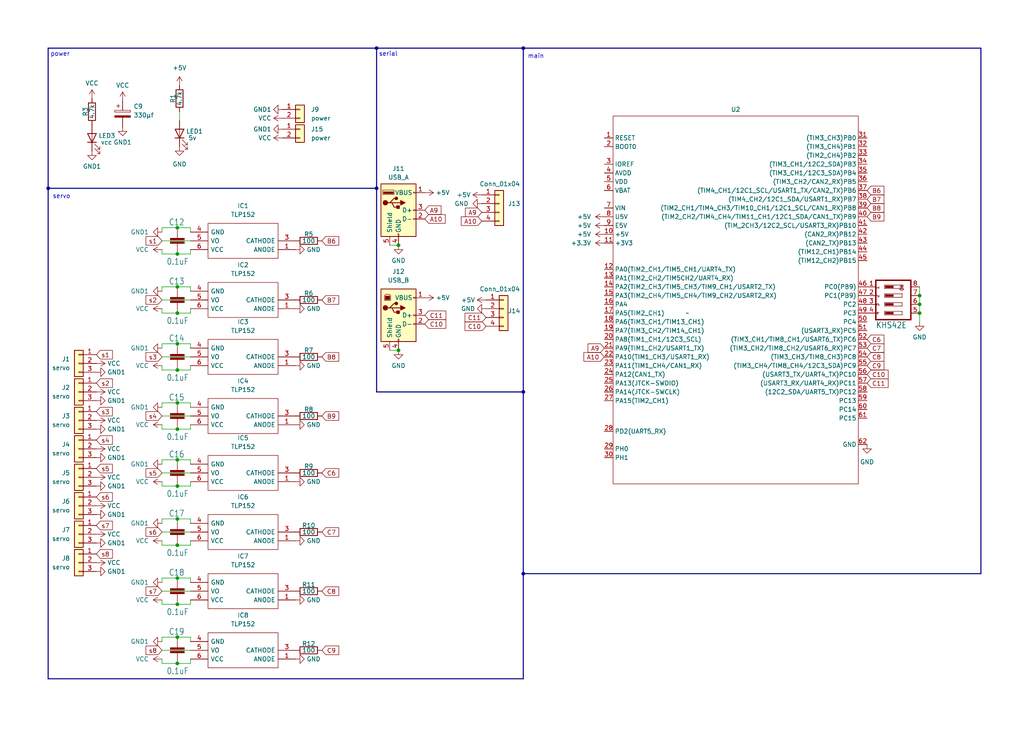
<source format=kicad_sch>
(kicad_sch (version 20230121) (generator eeschema)
  (paper "User" 297.002 212.319)
  (title_block (title "ALTAIR_SERVO_MODULE_V2") (date "2024-02-26") (rev "2.0.0") (company "-Altair-"))
  (lib_symbols
    (symbol "Connector:USB_A" (pin_names (offset 1.016))
      (property "Reference" "J" (at -5.08 11.43 0))
      (property "Value" "USB_A" (at -5.08 8.89 0))
      (symbol "USB_A_1_1"
        (pin power_in line (at 7.62 5.08 180) (length 2.54) (name "VBUS") (number "1"))
        (pin bidirectional line (at 7.62 -2.54 180) (length 2.54) (name "D-") (number "2"))
        (pin bidirectional line (at 7.62 0 180) (length 2.54) (name "D+") (number "3"))
        (pin power_in line (at 0 -10.16 90) (length 2.54) (name "GND") (number "4"))
        (pin passive line (at -2.54 -10.16 90) (length 2.54) (name "Shield") (number "5"))
      )
    )
    (symbol "Connector:USB_B" (pin_names (offset 1.016))
      (property "Reference" "J" (at -5.08 11.43 0))
      (property "Value" "USB_B" (at -5.08 8.89 0))
      (symbol "USB_B_1_1"
        (pin power_out line (at 7.62 5.08 180) (length 2.54) (name "VBUS") (number "1"))
        (pin bidirectional line (at 7.62 -2.54 180) (length 2.54) (name "D-") (number "2"))
        (pin bidirectional line (at 7.62 0 180) (length 2.54) (name "D+") (number "3"))
        (pin power_out line (at 0 -10.16 90) (length 2.54) (name "GND") (number "4"))
        (pin passive line (at -2.54 -10.16 90) (length 2.54) (name "Shield") (number "5"))
      )
    )
    (symbol "Connector_Generic:Conn_01x02" (pin_names (offset 1.016) hide)
      (property "Reference" "J" (at 0 2.54 0))
      (property "Value" "Conn_01x02" (at 0 -5.08 0))
      (symbol "Conn_01x02_1_1"
        (pin passive line (at -5.08 0 0) (length 3.81) (name "Pin_1") (number "1"))
        (pin passive line (at -5.08 -2.54 0) (length 3.81) (name "Pin_2") (number "2"))
      )
    )
    (symbol "Connector_Generic:Conn_01x03" (pin_names (offset 1.016) hide)
      (property "Reference" "J" (at 0 5.08 0))
      (property "Value" "Conn_01x03" (at 0 -5.08 0))
      (symbol "Conn_01x03_1_1"
        (pin passive line (at -5.08 2.54 0) (length 3.81) (name "Pin_1") (number "1"))
        (pin passive line (at -5.08 0 0) (length 3.81) (name "Pin_2") (number "2"))
        (pin passive line (at -5.08 -2.54 0) (length 3.81) (name "Pin_3") (number "3"))
      )
    )
    (symbol "Connector_Generic:Conn_01x04" (pin_names (offset 1.016) hide)
      (property "Reference" "J" (at 0 5.08 0))
      (property "Value" "Conn_01x04" (at 0 -7.62 0))
      (symbol "Conn_01x04_1_1"
        (pin passive line (at -5.08 2.54 0) (length 3.81) (name "Pin_1") (number "1"))
        (pin passive line (at -5.08 0 0) (length 3.81) (name "Pin_2") (number "2"))
        (pin passive line (at -5.08 -2.54 0) (length 3.81) (name "Pin_3") (number "3"))
        (pin passive line (at -5.08 -5.08 0) (length 3.81) (name "Pin_4") (number "4"))
      )
    )
    (symbol "Device:C_Polarized" (pin_numbers hide) (pin_names (offset 0.254))
      (property "Reference" "C" (at 0.635 2.54 0))
      (property "Value" "C_Polarized" (at 0.635 -2.54 0))
      (symbol "C_Polarized_1_1"
        (pin passive line (at 0 3.81 270) (length 2.794) (name "~") (number "1"))
        (pin passive line (at 0 -3.81 90) (length 2.794) (name "~") (number "2"))
      )
    )
    (symbol "Device:LED" (pin_numbers hide) (pin_names (offset 1.016) hide)
      (property "Reference" "D" (at 0 2.54 0))
      (property "Value" "LED" (at 0 -2.54 0))
      (symbol "LED_1_1"
        (pin passive line (at -3.81 0 0) (length 2.54) (name "K") (number "1"))
        (pin passive line (at 3.81 0 180) (length 2.54) (name "A") (number "2"))
      )
    )
    (symbol "Device:R" (pin_numbers hide) (pin_names (offset 0))
      (property "Reference" "R" (at 2.032 0 90))
      (property "Value" "R" (at 0 0 90))
      (symbol "R_1_1"
        (pin passive line (at 0 3.81 270) (length 1.27) (name "~") (number "1"))
        (pin passive line (at 0 -3.81 90) (length 1.27) (name "~") (number "2"))
      )
    )
    (symbol "SamacSys_Parts:TLP152" (pin_names (offset 0.762))
      (property "Reference" "IC" (at 26.67 7.62 0))
      (property "Value" "TLP152" (at 26.67 5.08 0))
      (symbol "TLP152_0_0"
        (pin passive line (at 0 0 0) (length 5.08) (name "ANODE") (number "1"))
        (pin passive line (at 0 -2.54 0) (length 5.08) (name "CATHODE") (number "3"))
        (pin passive line (at 30.48 -5.08 180) (length 5.08) (name "GND") (number "4"))
        (pin passive line (at 30.48 -2.54 180) (length 5.08) (name "VO") (number "5"))
        (pin passive line (at 30.48 0 180) (length 5.08) (name "VCC") (number "6"))
      )
    )
    (symbol "power:+3.3V" (power) (pin_names (offset 0))
      (property "Value" "+3.3V" (at 0 3.556 0))
      (symbol "+3.3V_1_1"
        (pin power_in line (at 0 0 90) (length 0) hide (name "+3.3V") (number "1"))
      )
    )
    (symbol "power:+5V" (power) (pin_names (offset 0))
      (property "Value" "+5V" (at 0 3.556 0))
      (symbol "+5V_1_1"
        (pin power_in line (at 0 0 90) (length 0) hide (name "+5V") (number "1"))
      )
    )
    (symbol "power:GND" (power) (pin_names (offset 0))
      (property "Value" "GND" (at 0 -3.81 0))
      (symbol "GND_1_1"
        (pin power_in line (at 0 0 270) (length 0) hide (name "GND") (number "1"))
      )
    )
    (symbol "power:GND1" (power) (pin_names (offset 0))
      (property "Value" "GND1" (at 0 -3.81 0))
      (symbol "GND1_1_1"
        (pin power_in line (at 0 0 270) (length 0) hide (name "GND1") (number "1"))
      )
    )
    (symbol "power:VCC" (power) (pin_names (offset 0))
      (property "Value" "VCC" (at 0 3.81 0))
      (symbol "VCC_1_1"
        (pin power_in line (at 0 0 90) (length 0) hide (name "VCC") (number "1"))
      )
    )
    (symbol "stm32F446RE-Nucleo:STM32F446RE-Nucleo"
      (property "Reference" "U" (at 0 0 0))
      (symbol "STM32F446RE-Nucleo_1_1"
        (pin input line (at -24.13 50.8 0) (length 2.54) (name "RESET") (number "1"))
        (pin power_out line (at -24.13 22.86 0) (length 2.54) (name "+5V") (number "10"))
        (pin power_out line (at -24.13 20.32 0) (length 2.54) (name "+3V3") (number "11"))
        (pin bidirectional line (at -24.13 12.7 0) (length 2.54) (name "PA0(TIM2_CH1/TIM5_CH1/UART4_TX)") (number "12"))
        (pin bidirectional line (at -24.13 10.16 0) (length 2.54) (name "PA1(TIM2_CH2/TIM5CH2/UART4_RX)") (number "13"))
        (pin bidirectional line (at -24.13 7.62 0) (length 2.54) (name "PA2(TIM2_CH3/TIM5_CH3/TIM9_CH1/USART2_TX)") (number "14"))
        (pin bidirectional line (at -24.13 5.08 0) (length 2.54) (name "PA3(TIM2_CH4/TIM5_CH4/TIM9_CH2/USART2_RX)") (number "15"))
        (pin bidirectional line (at -24.13 2.54 0) (length 2.54) (name "PA4") (number "16"))
        (pin bidirectional line (at -24.13 0 0) (length 2.54) (name "PA5(TIM2_CH1)") (number "17"))
        (pin bidirectional line (at -24.13 -2.54 0) (length 2.54) (name "PA6(TIM3_CH1/TIM13_CH1)") (number "18"))
        (pin bidirectional line (at -24.13 -5.08 0) (length 2.54) (name "PA7(TIM3_CH2/TIM14_CH1)") (number "19"))
        (pin input line (at -24.13 48.26 0) (length 2.54) (name "BOOT0") (number "2"))
        (pin bidirectional line (at -24.13 -7.62 0) (length 2.54) (name "PA8(TIM1_CH1/12C3_SCL)") (number "20"))
        (pin bidirectional line (at -24.13 -10.16 0) (length 2.54) (name "PA9(TIM1_CH2/USART1_TX)") (number "21"))
        (pin bidirectional line (at -24.13 -12.7 0) (length 2.54) (name "PA10(TIM1_CH3/USART1_RX)") (number "22"))
        (pin bidirectional line (at -24.13 -15.24 0) (length 2.54) (name "PA11(TIM1_CH4/CAN1_RX)") (number "23"))
        (pin bidirectional line (at -24.13 -17.78 0) (length 2.54) (name "PA12(CAN1_TX)") (number "24"))
        (pin bidirectional line (at -24.13 -20.32 0) (length 2.54) (name "PA13(JTCK-SWDIO)") (number "25"))
        (pin bidirectional line (at -24.13 -22.86 0) (length 2.54) (name "PA14(JTCK-SWCLK)") (number "26"))
        (pin bidirectional line (at -24.13 -25.4 0) (length 2.54) (name "PA15(TIM2_CH1)") (number "27"))
        (pin bidirectional line (at -24.13 -34.29 0) (length 2.54) (name "PD2(UART5_RX)") (number "28"))
        (pin bidirectional line (at -24.13 -39.37 0) (length 2.54) (name "PH0") (number "29"))
        (pin input line (at -24.13 43.18 0) (length 2.54) (name "IOREF") (number "3"))
        (pin bidirectional line (at -24.13 -41.91 0) (length 2.54) (name "PH1") (number "30"))
        (pin bidirectional line (at 52.07 50.8 180) (length 2.54) (name "(TIM3_CH3)PB0") (number "31"))
        (pin bidirectional line (at 52.07 48.26 180) (length 2.54) (name "(TIM3_CH4)PB1") (number "32"))
        (pin bidirectional line (at 52.07 45.72 180) (length 2.54) (name "(TIM2_CH4)PB2") (number "33"))
        (pin bidirectional line (at 52.07 43.18 180) (length 2.54) (name "(TIM3_CH1/12C2_SDA)PB3") (number "34"))
        (pin bidirectional line (at 52.07 40.64 180) (length 2.54) (name "(TIM3_CH1/12C3_SDA)PB4") (number "35"))
        (pin bidirectional line (at 52.07 38.1 180) (length 2.54) (name "(TIM3_CH2/CAN2_RX)PB5") (number "36"))
        (pin bidirectional line (at 52.07 35.56 180) (length 2.54) (name "(TIM4_CH1/12C1_SCL/USART1_TX/CAN2_TX)PB6") (number "37"))
        (pin bidirectional line (at 52.07 33.02 180) (length 2.54) (name "(TIM4_CH2/12C1_SDA/USART1_RX)PB7") (number "38"))
        (pin bidirectional line (at 52.07 30.48 180) (length 2.54) (name "(TIM2_CH1/TIM4_CH3/TIM10_CH1/12C1_SCL/CAN1_RX)PB8") (number "39"))
        (pin input line (at -24.13 40.64 0) (length 2.54) (name "AVDD") (number "4"))
        (pin bidirectional line (at 52.07 27.94 180) (length 2.54) (name "(TIM2_CH2/TIM4_CH4/TIM11_CH1/12C1_SDA/CAN1_TX)PB9") (number "40"))
        (pin bidirectional line (at 52.07 25.4 180) (length 2.54) (name "(TIM_2CH3/12C2_SCL/USART3_RX)PB10") (number "41"))
        (pin bidirectional line (at 52.07 22.86 180) (length 2.54) (name "(CAN2_RX)PB12") (number "42"))
        (pin bidirectional line (at 52.07 20.32 180) (length 2.54) (name "(CAN2_TX)PB13") (number "43"))
        (pin bidirectional line (at 52.07 17.78 180) (length 2.54) (name "(TIM12_CH1)PB14") (number "44"))
        (pin bidirectional line (at 52.07 15.24 180) (length 2.54) (name "(TIM12_CH2)PB15") (number "45"))
        (pin bidirectional line (at 52.07 7.62 180) (length 2.54) (name "PC0(PB9)") (number "46"))
        (pin bidirectional line (at 52.07 5.08 180) (length 2.54) (name "PC1(PB9)") (number "47"))
        (pin bidirectional line (at 52.07 2.54 180) (length 2.54) (name "PC2") (number "48"))
        (pin bidirectional line (at 52.07 0 180) (length 2.54) (name "PC3") (number "49"))
        (pin input line (at -24.13 38.1 0) (length 2.54) (name "VDD") (number "5"))
        (pin bidirectional line (at 52.07 -2.54 180) (length 2.54) (name "PC4") (number "50"))
        (pin bidirectional line (at 52.07 -5.08 180) (length 2.54) (name "(USART3_RX)PC5") (number "51"))
        (pin bidirectional line (at 52.07 -7.62 180) (length 2.54) (name "(TIM3_CH1/TIM8_CH1/USART6_TX)PC6") (number "52"))
        (pin bidirectional line (at 52.07 -10.16 180) (length 2.54) (name "(TIM3_CH2/TIM8_CH2/USART6_RX)PC7") (number "53"))
        (pin bidirectional line (at 52.07 -12.7 180) (length 2.54) (name "(TIM3_CH3/TIM8_CH3)PC8") (number "54"))
        (pin bidirectional line (at 52.07 -15.24 180) (length 2.54) (name "(TIM3_CH4/TIM8_CH4/12C3_SDA)PC9") (number "55"))
        (pin bidirectional line (at 52.07 -17.78 180) (length 2.54) (name "(USART3_TX/UART4_TX)PC10") (number "56"))
        (pin bidirectional line (at 52.07 -20.32 180) (length 2.54) (name "(USART3_RX/UART4_RX)PC11") (number "57"))
        (pin bidirectional line (at 52.07 -22.86 180) (length 2.54) (name "(12C2_SDA/UART5_TX)PC12") (number "58"))
        (pin bidirectional line (at 52.07 -25.4 180) (length 2.54) (name "PC13") (number "59"))
        (pin input line (at -24.13 35.56 0) (length 2.54) (name "VBAT") (number "6"))
        (pin bidirectional line (at 52.07 -27.94 180) (length 2.54) (name "PC14") (number "60"))
        (pin bidirectional line (at 52.07 -30.48 180) (length 2.54) (name "PC15") (number "61"))
        (pin power_out line (at 52.07 -38.1 180) (length 2.54) (name "GND") (number "62"))
        (pin power_in line (at -24.13 30.48 0) (length 2.54) (name "VIN") (number "7"))
        (pin input line (at -24.13 27.94 0) (length 2.54) (name "U5V") (number "8"))
        (pin input line (at -24.13 25.4 0) (length 2.54) (name "E5V") (number "9"))
      )
    )
    (symbol "ver1-eagle-import:C-EUC0603"
      (property "Reference" "C" (at 1.524 0.381 0))
      (symbol "C-EUC0603_1_0"
        (pin passive line (at 0 2.54 270) (length 2.54) (name "1") (number "1"))
        (pin passive line (at 0 -5.08 90) (length 2.54) (name "2") (number "2"))
      )
    )
    (symbol "ver1-eagle-import:KHS42E"
      (symbol "KHS42E_1_0"
        (text "1" (at -2.794 -4.064 0) (effects (font (size 0.9906 0.842) (thickness 0.1684) bold) (justify left bottom)))
        (text "2" (at -0.381 -4.064 0) (effects (font (size 0.9906 0.842) (thickness 0.1684) bold) (justify left bottom)))
        (text "3" (at 2.159 -4.064 0) (effects (font (size 0.9906 0.842) (thickness 0.1684) bold) (justify left bottom)))
        (text "4" (at 4.572 -4.064 0) (effects (font (size 0.9906 0.842) (thickness 0.1684) bold) (justify left bottom)))
        (text "ON" (at -3.302 3.048 0) (effects (font (size 0.9906 0.842) (thickness 0.1684) bold) (justify left bottom)))
        (pin passive line (at -2.54 -7.62 90) (length 2.54) (name "1") (number "1"))
        (pin passive line (at 0 -7.62 90) (length 2.54) (name "2") (number "2"))
        (pin passive line (at 2.54 -7.62 90) (length 2.54) (name "3") (number "3"))
        (pin passive line (at 5.08 -7.62 90) (length 2.54) (name "4") (number "4"))
        (pin passive line (at 5.08 7.62 270) (length 2.54) (name "5") (number "5"))
        (pin passive line (at 2.54 7.62 270) (length 2.54) (name "6") (number "6"))
        (pin passive line (at 0 7.62 270) (length 2.54) (name "7") (number "7"))
        (pin passive line (at -2.54 7.62 270) (length 2.54) (name "8") (number "8"))
      )
    )
  )
  (junction (at 109.22 13.97))
  (junction (at 51.435 83.185))
  (junction (at 51.435 140.97))
  (junction (at 266.7 88.265))
  (junction (at 151.765 13.97))
  (junction (at 151.765 166.37))
  (junction (at 51.435 90.805))
  (junction (at 51.435 192.405))
  (junction (at 115.57 71.12))
  (junction (at 51.435 107.315))
  (junction (at 51.435 124.46))
  (junction (at 51.435 150.495))
  (junction (at 13.97 54.61))
  (junction (at 51.435 66.04))
  (junction (at 51.435 99.695))
  (junction (at 51.435 116.84))
  (junction (at 51.435 73.66))
  (junction (at 266.7 85.725))
  (junction (at 51.435 184.785))
  (junction (at 266.7 90.805))
  (junction (at 151.765 113.665))
  (junction (at 51.435 158.115))
  (junction (at 51.435 175.26))
  (junction (at 51.435 133.35))
  (junction (at 109.22 54.61))
  (junction (at 51.435 167.64))
  (junction (at 115.57 101.6))
  (wire (pts (xy 113.03 71.12) (xy 115.57 71.12)))
  (wire (pts (xy 46.99 116.84) (xy 46.99 118.11)))
  (wire (pts (xy 46.99 106.045) (xy 46.99 107.315)))
  (wire (pts (xy 55.245 150.495) (xy 55.245 151.765)))
  (wire (pts (xy 55.245 158.115) (xy 55.245 156.845)))
  (bus (pts (xy 284.48 166.37) (xy 151.765 166.37)))
  (wire (pts (xy 51.435 150.495) (xy 55.245 150.495)))
  (wire (pts (xy 55.245 133.35) (xy 55.245 134.62)))
  (wire (pts (xy 46.99 89.535) (xy 46.99 90.805)))
  (wire (pts (xy 51.435 192.405) (xy 55.245 192.405)))
  (wire (pts (xy 55.245 175.26) (xy 55.245 173.99)))
  (wire (pts (xy 46.99 73.66) (xy 51.435 73.66)))
  (wire (pts (xy 46.99 167.64) (xy 46.99 168.91)))
  (wire (pts (xy 46.99 123.19) (xy 46.99 124.46)))
  (wire (pts (xy 46.99 72.39) (xy 46.99 73.66)))
  (wire (pts (xy 46.99 107.315) (xy 51.435 107.315)))
  (bus (pts (xy 13.97 13.97) (xy 109.22 13.97)))
  (bus (pts (xy 151.765 113.665) (xy 151.765 166.37)))
  (wire (pts (xy 46.99 90.805) (xy 51.435 90.805)))
  (wire (pts (xy 51.435 158.115) (xy 55.245 158.115)))
  (wire (pts (xy 51.435 99.695) (xy 46.99 99.695)))
  (wire (pts (xy 51.435 167.64) (xy 55.245 167.64)))
  (wire (pts (xy 266.7 85.725) (xy 266.7 88.265)) (stroke (width 0.1524)))
  (wire (pts (xy 46.99 103.505) (xy 55.245 103.505)))
  (wire (pts (xy 52.07 32.385) (xy 52.07 34.925)) (stroke (width 0.1524)))
  (wire (pts (xy 55.245 73.66) (xy 55.245 72.39)))
  (bus (pts (xy 13.97 13.97) (xy 13.97 54.61)))
  (bus (pts (xy 13.97 54.61) (xy 13.97 196.85)))
  (wire (pts (xy 51.435 150.495) (xy 46.99 150.495)))
  (wire (pts (xy 55.245 124.46) (xy 55.245 123.19)))
  (wire (pts (xy 46.99 175.26) (xy 51.435 175.26)))
  (wire (pts (xy 46.99 124.46) (xy 51.435 124.46)))
  (bus (pts (xy 109.22 54.61) (xy 109.22 13.97)))
  (bus (pts (xy 151.765 13.97) (xy 151.765 113.665)))
  (wire (pts (xy 51.435 66.04) (xy 55.245 66.04)))
  (wire (pts (xy 51.435 73.66) (xy 55.245 73.66)))
  (wire (pts (xy 46.99 192.405) (xy 51.435 192.405)))
  (wire (pts (xy 46.99 66.04) (xy 46.99 67.31)))
  (wire (pts (xy 46.99 139.7) (xy 46.99 140.97)))
  (bus (pts (xy 109.22 13.97) (xy 151.765 13.97)))
  (wire (pts (xy 51.435 116.84) (xy 55.245 116.84)))
  (wire (pts (xy 51.435 83.185) (xy 46.99 83.185)))
  (wire (pts (xy 51.435 124.46) (xy 55.245 124.46)))
  (bus (pts (xy 13.97 196.85) (xy 151.765 196.85)))
  (wire (pts (xy 46.99 137.16) (xy 55.245 137.16)))
  (bus (pts (xy 13.97 54.61) (xy 109.22 54.61)))
  (wire (pts (xy 266.7 88.265) (xy 266.7 90.805)) (stroke (width 0.1524)))
  (wire (pts (xy 55.245 66.04) (xy 55.245 67.31)))
  (wire (pts (xy 46.99 188.595) (xy 55.245 188.595)))
  (wire (pts (xy 51.435 133.35) (xy 55.245 133.35)))
  (bus (pts (xy 151.765 13.97) (xy 284.48 13.97)))
  (bus (pts (xy 151.765 196.85) (xy 151.765 166.37)))
  (wire (pts (xy 46.99 99.695) (xy 46.99 100.965)))
  (wire (pts (xy 55.245 140.97) (xy 55.245 139.7)))
  (wire (pts (xy 51.435 175.26) (xy 55.245 175.26)))
  (wire (pts (xy 51.435 116.84) (xy 46.99 116.84)))
  (wire (pts (xy 46.99 154.305) (xy 55.245 154.305)))
  (wire (pts (xy 46.99 86.995) (xy 55.245 86.995)))
  (wire (pts (xy 46.99 120.65) (xy 55.245 120.65)))
  (wire (pts (xy 113.03 101.6) (xy 115.57 101.6)))
  (wire (pts (xy 51.435 184.785) (xy 55.245 184.785)))
  (wire (pts (xy 51.435 66.04) (xy 46.99 66.04)))
  (bus (pts (xy 109.22 54.61) (xy 109.22 113.665)))
  (bus (pts (xy 109.22 113.665) (xy 151.765 113.665)))
  (wire (pts (xy 46.99 83.185) (xy 46.99 84.455)))
  (wire (pts (xy 51.435 184.785) (xy 46.99 184.785)))
  (wire (pts (xy 46.99 173.99) (xy 46.99 175.26)))
  (wire (pts (xy 46.99 69.85) (xy 55.245 69.85)))
  (wire (pts (xy 55.245 192.405) (xy 55.245 191.135)))
  (wire (pts (xy 46.99 191.135) (xy 46.99 192.405)))
  (wire (pts (xy 55.245 107.315) (xy 55.245 106.045)))
  (wire (pts (xy 55.245 90.805) (xy 55.245 89.535)))
  (wire (pts (xy 51.435 140.97) (xy 55.245 140.97)))
  (wire (pts (xy 51.435 167.64) (xy 46.99 167.64)))
  (wire (pts (xy 55.245 83.185) (xy 55.245 84.455)))
  (wire (pts (xy 46.99 156.845) (xy 46.99 158.115)))
  (wire (pts (xy 266.7 90.805) (xy 266.7 93.345)) (stroke (width 0.1524)))
  (wire (pts (xy 55.245 116.84) (xy 55.245 118.11)))
  (wire (pts (xy 46.99 184.785) (xy 46.99 186.055)))
  (bus (pts (xy 284.48 13.97) (xy 284.48 166.37)))
  (wire (pts (xy 51.435 107.315) (xy 55.245 107.315)))
  (wire (pts (xy 55.245 184.785) (xy 55.245 186.055)))
  (wire (pts (xy 51.435 133.35) (xy 46.99 133.35)))
  (wire (pts (xy 46.99 171.45) (xy 55.245 171.45)))
  (wire (pts (xy 46.99 158.115) (xy 51.435 158.115)))
  (wire (pts (xy 51.435 99.695) (xy 55.245 99.695)))
  (wire (pts (xy 51.435 90.805) (xy 55.245 90.805)))
  (wire (pts (xy 46.99 133.35) (xy 46.99 134.62)))
  (wire (pts (xy 51.435 83.185) (xy 55.245 83.185)))
  (wire (pts (xy 266.7 83.185) (xy 266.7 85.725)) (stroke (width 0.1524)))
  (wire (pts (xy 46.99 140.97) (xy 51.435 140.97)))
  (wire (pts (xy 55.245 167.64) (xy 55.245 168.91)))
  (wire (pts (xy 55.245 99.695) (xy 55.245 100.965)))
  (wire (pts (xy 46.99 150.495) (xy 46.99 151.765)))
  (text "serial" (at 109.855 16.51 0) (effects (font (size 1.27 1.27)) (justify left bottom)))
  (text "main\n" (at 153.035 17.145 0) (effects (font (size 1.27 1.27)) (justify left bottom)))
  (text "power\n" (at 14.605 16.51 0) (effects (font (size 1.27 1.27)) (justify left bottom)))
  (text "servo" (at 15.24 57.785 0) (effects (font (size 1.27 1.27)) (justify left bottom)))
  (global_label "C7" (shape input) (at 251.46 100.965 0) (property "Intersheetrefs" "${INTERSHEET_REFS}" (effects hide)))
  (global_label "s4" (shape input) (at 46.99 120.65 180) (property "Intersheetrefs" "${INTERSHEET_REFS}" (effects hide)))
  (global_label "s1" (shape input) (at 46.99 69.85 180) (property "Intersheetrefs" "${INTERSHEET_REFS}" (effects hide)))
  (global_label "C8" (shape input) (at 251.46 103.505 0) (property "Intersheetrefs" "${INTERSHEET_REFS}" (effects hide)))
  (global_label "C11" (shape input) (at 251.46 111.125 0) (property "Intersheetrefs" "${INTERSHEET_REFS}" (effects hide)))
  (global_label "C9" (shape input) (at 93.345 188.595 0) (property "Intersheetrefs" "${INTERSHEET_REFS}" (effects hide)))
  (global_label "B8" (shape input) (at 251.46 60.325 0) (property "Intersheetrefs" "${INTERSHEET_REFS}" (effects hide)))
  (global_label "C11" (shape input) (at 140.97 92.075 180) (property "Intersheetrefs" "${INTERSHEET_REFS}" (effects hide)))
  (global_label "s4" (shape input) (at 27.94 127.635 0) (property "Intersheetrefs" "${INTERSHEET_REFS}" (effects hide)))
  (global_label "C11" (shape input) (at 123.19 91.44 0) (property "Intersheetrefs" "${INTERSHEET_REFS}" (effects hide)))
  (global_label "B6" (shape input) (at 93.345 69.85 0) (property "Intersheetrefs" "${INTERSHEET_REFS}" (effects hide)))
  (global_label "s1" (shape input) (at 27.94 102.87 0) (property "Intersheetrefs" "${INTERSHEET_REFS}" (effects hide)))
  (global_label "s8" (shape input) (at 27.94 160.655 0) (property "Intersheetrefs" "${INTERSHEET_REFS}" (effects hide)))
  (global_label "A9" (shape input) (at 139.7 61.595 180) (property "Intersheetrefs" "${INTERSHEET_REFS}" (effects hide)))
  (global_label "s2" (shape input) (at 46.99 86.995 180) (property "Intersheetrefs" "${INTERSHEET_REFS}" (effects hide)))
  (global_label "s6" (shape input) (at 27.94 144.145 0) (property "Intersheetrefs" "${INTERSHEET_REFS}" (effects hide)))
  (global_label "A9" (shape input) (at 175.26 100.965 180) (property "Intersheetrefs" "${INTERSHEET_REFS}" (effects hide)))
  (global_label "B9" (shape input) (at 251.46 62.865 0) (property "Intersheetrefs" "${INTERSHEET_REFS}" (effects hide)))
  (global_label "s3" (shape input) (at 27.94 119.38 0) (property "Intersheetrefs" "${INTERSHEET_REFS}" (effects hide)))
  (global_label "C10" (shape input) (at 251.46 108.585 0) (property "Intersheetrefs" "${INTERSHEET_REFS}" (effects hide)))
  (global_label "C9" (shape input) (at 251.46 106.045 0) (property "Intersheetrefs" "${INTERSHEET_REFS}" (effects hide)))
  (global_label "A10" (shape input) (at 139.7 64.135 180) (property "Intersheetrefs" "${INTERSHEET_REFS}" (effects hide)))
  (global_label "C6" (shape input) (at 93.345 137.16 0) (property "Intersheetrefs" "${INTERSHEET_REFS}" (effects hide)))
  (global_label "A9" (shape input) (at 123.19 60.96 0) (property "Intersheetrefs" "${INTERSHEET_REFS}" (effects hide)))
  (global_label "B7" (shape input) (at 93.345 86.995 0) (property "Intersheetrefs" "${INTERSHEET_REFS}" (effects hide)))
  (global_label "B6" (shape input) (at 251.46 55.245 0) (property "Intersheetrefs" "${INTERSHEET_REFS}" (effects hide)))
  (global_label "s6" (shape input) (at 46.99 154.305 180) (property "Intersheetrefs" "${INTERSHEET_REFS}" (effects hide)))
  (global_label "C10" (shape input) (at 123.19 93.98 0) (property "Intersheetrefs" "${INTERSHEET_REFS}" (effects hide)))
  (global_label "B9" (shape input) (at 93.345 120.65 0) (property "Intersheetrefs" "${INTERSHEET_REFS}" (effects hide)))
  (global_label "s7" (shape input) (at 27.94 152.4 0) (property "Intersheetrefs" "${INTERSHEET_REFS}" (effects hide)))
  (global_label "s7" (shape input) (at 46.99 171.45 180) (property "Intersheetrefs" "${INTERSHEET_REFS}" (effects hide)))
  (global_label "C10" (shape input) (at 140.97 94.615 180) (property "Intersheetrefs" "${INTERSHEET_REFS}" (effects hide)))
  (global_label "C8" (shape input) (at 93.345 171.45 0) (property "Intersheetrefs" "${INTERSHEET_REFS}" (effects hide)))
  (global_label "A10" (shape input) (at 123.19 63.5 0) (property "Intersheetrefs" "${INTERSHEET_REFS}" (effects hide)))
  (global_label "C7" (shape input) (at 93.345 154.305 0) (property "Intersheetrefs" "${INTERSHEET_REFS}" (effects hide)))
  (global_label "B8" (shape input) (at 93.345 103.505 0) (property "Intersheetrefs" "${INTERSHEET_REFS}" (effects hide)))
  (global_label "B7" (shape input) (at 251.46 57.785 0) (property "Intersheetrefs" "${INTERSHEET_REFS}" (effects hide)))
  (global_label "s5" (shape input) (at 27.94 135.89 0) (property "Intersheetrefs" "${INTERSHEET_REFS}" (effects hide)))
  (global_label "C6" (shape input) (at 251.46 98.425 0) (property "Intersheetrefs" "${INTERSHEET_REFS}" (effects hide)))
  (global_label "s2" (shape input) (at 27.94 111.125 0) (property "Intersheetrefs" "${INTERSHEET_REFS}" (effects hide)))
  (global_label "s5" (shape input) (at 46.99 137.16 180) (property "Intersheetrefs" "${INTERSHEET_REFS}" (effects hide)))
  (global_label "A10" (shape input) (at 175.26 103.505 180) (property "Intersheetrefs" "${INTERSHEET_REFS}" (effects hide)))
  (global_label "s8" (shape input) (at 46.99 188.595 180) (property "Intersheetrefs" "${INTERSHEET_REFS}" (effects hide)))
  (global_label "s3" (shape input) (at 46.99 103.505 180) (property "Intersheetrefs" "${INTERSHEET_REFS}" (effects hide)))
  (symbol (lib_id "power:VCC") (at 27.94 163.195 270) (unit 1)
    (property "Reference" "#PWR039" (effects hide))
    (property "Value" "VCC" (at 31.115 163.195 90) (effects (justify left)))
  )
  (symbol (lib_id "ver1-eagle-import:C-EUC0603") (at 51.435 102.235 0) (unit 1)
    (property "Reference" "C14" (at 48.895 99.06 0) (effects (font (size 1.778 1.5113)) (justify left bottom)))
    (property "Value" "0.1uF" (at 48.26 110.49 0) (effects (font (size 1.778 1.5113)) (justify left bottom)))
    (property "Footprint" "Capacitor_SMD:C_0603_1608Metric" (effects hide))
  )
  (symbol (lib_id "power:VCC") (at 46.99 191.135 90) (unit 1)
    (property "Reference" "#PWR068" (effects hide))
    (property "Value" "VCC" (at 43.18 191.135 90) (effects (justify left)))
  )
  (symbol (lib_id "power:GND1") (at 46.99 151.765 270) (unit 1)
    (property "Reference" "#PWR061" (effects hide))
    (property "Value" "GND1" (at 43.18 151.765 90) (effects (justify right)))
  )
  (symbol (lib_id "power:GND1") (at 27.94 107.95 90) (unit 1)
    (property "Reference" "#PWR049" (effects hide))
    (property "Value" "GND1" (at 31.115 107.95 90) (effects (justify right)))
  )
  (symbol (lib_id "power:+5V") (at 175.26 62.865 90) (unit 1)
    (property "Reference" "#PWR03" (effects hide))
    (property "Value" "+5V" (at 171.45 62.865 90) (effects (justify left)))
  )
  (symbol (lib_id "SamacSys_Parts:TLP152") (at 85.725 89.535 180) (unit 1)
    (property "Reference" "IC2" (at 70.485 76.835 0))
    (property "Value" "TLP152" (at 70.485 79.375 0))
    (property "Footprint" "SamacSys_Parts:11-4L1S_5-PIN-SOIC_" (effects hide))
    (property "Datasheet" "https://toshiba.semicon-storage.com/info/docget.jsp?did=13615&prodName=TLP152" (effects hide))
    (property "Description" "Toshiba TLP152 DC Input IC Output Optocoupler, Surface Mount, 5-Pin SOIC" (effects hide))
    (property "Manufacturer_Name" "Toshiba" (effects hide))
    (property "Manufacturer_Part_Number" "TLP152" (effects hide))
    (property "Mouser Part Number" "N/A" (effects hide))
    (property "Mouser Price/Stock" "https://www.mouser.co.uk/ProductDetail/Toshiba/TLP152?qs=By6Nw2ByBD2GUhMLt%252Br11A%3D%3D" (effects hide))
  )
  (symbol (lib_id "SamacSys_Parts:TLP152") (at 85.725 106.045 180) (unit 1)
    (property "Reference" "IC3" (at 70.485 93.345 0))
    (property "Value" "TLP152" (at 70.485 95.885 0))
    (property "Footprint" "SamacSys_Parts:11-4L1S_5-PIN-SOIC_" (effects hide))
    (property "Datasheet" "https://toshiba.semicon-storage.com/info/docget.jsp?did=13615&prodName=TLP152" (effects hide))
    (property "Description" "Toshiba TLP152 DC Input IC Output Optocoupler, Surface Mount, 5-Pin SOIC" (effects hide))
    (property "Manufacturer_Name" "Toshiba" (effects hide))
    (property "Manufacturer_Part_Number" "TLP152" (effects hide))
    (property "Mouser Part Number" "N/A" (effects hide))
    (property "Mouser Price/Stock" "https://www.mouser.co.uk/ProductDetail/Toshiba/TLP152?qs=By6Nw2ByBD2GUhMLt%252Br11A%3D%3D" (effects hide))
  )
  (symbol (lib_id "power:GND") (at 85.725 123.19 90) (unit 1)
    (property "Reference" "#PWR058" (effects hide))
    (property "Value" "GND" (at 88.9 123.19 90) (effects (justify right)))
  )
  (symbol (lib_id "power:GND") (at 139.7 59.055 270) (unit 1)
    (property "Reference" "#PWR025" (effects hide))
    (property "Value" "GND" (at 135.89 59.055 90) (effects (justify right)))
  )
  (symbol (lib_id "power:GND1") (at 46.99 168.91 270) (unit 1)
    (property "Reference" "#PWR065" (effects hide))
    (property "Value" "GND1" (at 43.18 168.91 90) (effects (justify right)))
  )
  (symbol (lib_id "Connector_Generic:Conn_01x03") (at 22.86 105.41 0) (mirror y) (unit 1)
    (property "Reference" "J1" (at 20.32 104.14 0) (effects (justify left)))
    (property "Value" "servo" (at 20.32 106.68 0) (effects (justify left)))
    (property "Footprint" "Connector_JST:JST_XA_S03B-XASK-1_1x03_P2.50mm_Horizontal" (effects hide))
  )
  (symbol (lib_id "power:VCC") (at 46.99 156.845 90) (unit 1)
    (property "Reference" "#PWR062" (effects hide))
    (property "Value" "VCC" (at 43.18 156.845 90) (effects (justify left)))
  )
  (symbol (lib_id "power:VCC") (at 81.915 40.005 90) (unit 1)
    (property "Reference" "#PWR076" (effects hide))
    (property "Value" "VCC" (at 78.74 40.005 90) (effects (justify left)))
  )
  (symbol (lib_id "power:GND") (at 115.57 101.6 0) (unit 1)
    (property "Reference" "#PWR075" (effects hide))
    (property "Value" "GND" (at 115.57 106.045 0))
  )
  (symbol (lib_id "Device:LED") (at 26.67 40.005 90) (unit 1)
    (property "Reference" "LED3" (at 28.575 39.37 90) (effects (justify right)))
    (property "Value" "vcc" (at 29.21 41.275 90) (effects (justify right)))
    (property "Footprint" "LED_SMD:LED_0603_1608Metric" (effects hide))
  )
  (symbol (lib_id "Connector_Generic:Conn_01x03") (at 22.86 154.94 0) (mirror y) (unit 1)
    (property "Reference" "J7" (at 20.32 153.67 0) (effects (justify left)))
    (property "Value" "servo" (at 20.32 156.21 0) (effects (justify left)))
    (property "Footprint" "Connector_JST:JST_XA_S03B-XASK-1_1x03_P2.50mm_Horizontal" (effects hide))
  )
  (symbol (lib_id "power:GND1") (at 26.67 43.815 0) (unit 1)
    (property "Reference" "#PWR028" (effects hide))
    (property "Value" "GND1" (at 26.67 48.26 0))
  )
  (symbol (lib_id "power:+5V") (at 52.07 24.765 0) (unit 1)
    (property "Reference" "#PWR027" (effects hide))
    (property "Value" "+5V" (at 52.07 19.685 0))
  )
  (symbol (lib_id "power:GND1") (at 27.94 165.735 90) (unit 1)
    (property "Reference" "#PWR045" (effects hide))
    (property "Value" "GND1" (at 31.115 165.735 90) (effects (justify right)))
  )
  (symbol (lib_id "SamacSys_Parts:TLP152") (at 85.725 123.19 180) (unit 1)
    (property "Reference" "IC4" (at 70.485 110.49 0))
    (property "Value" "TLP152" (at 70.485 113.03 0))
    (property "Footprint" "SamacSys_Parts:11-4L1S_5-PIN-SOIC_" (effects hide))
    (property "Datasheet" "https://toshiba.semicon-storage.com/info/docget.jsp?did=13615&prodName=TLP152" (effects hide))
    (property "Description" "Toshiba TLP152 DC Input IC Output Optocoupler, Surface Mount, 5-Pin SOIC" (effects hide))
    (property "Manufacturer_Name" "Toshiba" (effects hide))
    (property "Manufacturer_Part_Number" "TLP152" (effects hide))
    (property "Mouser Part Number" "N/A" (effects hide))
    (property "Mouser Price/Stock" "https://www.mouser.co.uk/ProductDetail/Toshiba/TLP152?qs=By6Nw2ByBD2GUhMLt%252Br11A%3D%3D" (effects hide))
  )
  (symbol (lib_id "Connector_Generic:Conn_01x02") (at 86.995 37.465 0) (unit 1)
    (property "Reference" "J15" (at 90.17 37.465 0) (effects (justify left)))
    (property "Value" "power" (at 90.17 40.005 0) (effects (justify left)))
    (property "Footprint" "Connector_AMASS:AMASS_XT60PW-M_1x02_P7.20mm_Horizontal" (effects hide))
  )
  (symbol (lib_id "power:GND1") (at 46.99 134.62 270) (unit 1)
    (property "Reference" "#PWR059" (effects hide))
    (property "Value" "GND1" (at 43.18 134.62 90) (effects (justify right)))
  )
  (symbol (lib_id "power:GND1") (at 46.99 100.965 270) (unit 1)
    (property "Reference" "#PWR053" (effects hide))
    (property "Value" "GND1" (at 43.18 100.965 90) (effects (justify right)))
  )
  (symbol (lib_id "Device:R") (at 89.535 188.595 90) (unit 1)
    (property "Reference" "R12" (at 89.535 186.69 90))
    (property "Value" "100" (at 89.535 188.595 90))
    (property "Footprint" "Resistor_SMD:R_0603_1608Metric" (effects hide))
  )
  (symbol (lib_id "power:GND") (at 85.725 156.845 90) (unit 1)
    (property "Reference" "#PWR064" (effects hide))
    (property "Value" "GND" (at 88.9 156.845 90) (effects (justify right)))
  )
  (symbol (lib_id "SamacSys_Parts:TLP152") (at 85.725 173.99 180) (unit 1)
    (property "Reference" "IC7" (at 70.485 161.29 0))
    (property "Value" "TLP152" (at 70.485 163.83 0))
    (property "Footprint" "SamacSys_Parts:11-4L1S_5-PIN-SOIC_" (effects hide))
    (property "Datasheet" "https://toshiba.semicon-storage.com/info/docget.jsp?did=13615&prodName=TLP152" (effects hide))
    (property "Description" "Toshiba TLP152 DC Input IC Output Optocoupler, Surface Mount, 5-Pin SOIC" (effects hide))
    (property "Manufacturer_Name" "Toshiba" (effects hide))
    (property "Manufacturer_Part_Number" "TLP152" (effects hide))
    (property "Mouser Part Number" "N/A" (effects hide))
    (property "Mouser Price/Stock" "https://www.mouser.co.uk/ProductDetail/Toshiba/TLP152?qs=By6Nw2ByBD2GUhMLt%252Br11A%3D%3D" (effects hide))
  )
  (symbol (lib_id "power:GND1") (at 46.99 118.11 270) (unit 1)
    (property "Reference" "#PWR055" (effects hide))
    (property "Value" "GND1" (at 43.18 118.11 90) (effects (justify right)))
  )
  (symbol (lib_id "power:GND") (at 85.725 173.99 90) (unit 1)
    (property "Reference" "#PWR069" (effects hide))
    (property "Value" "GND" (at 88.9 173.99 90) (effects (justify right)))
  )
  (symbol (lib_id "ver1-eagle-import:C-EUC0603") (at 51.435 170.18 0) (unit 1)
    (property "Reference" "C18" (at 48.895 167.005 0) (effects (font (size 1.778 1.5113)) (justify left bottom)))
    (property "Value" "0.1uF" (at 48.26 178.435 0) (effects (font (size 1.778 1.5113)) (justify left bottom)))
    (property "Footprint" "Capacitor_SMD:C_0603_1608Metric" (effects hide))
  )
  (symbol (lib_id "power:GND1") (at 46.99 186.055 270) (unit 1)
    (property "Reference" "#PWR067" (effects hide))
    (property "Value" "GND1" (at 43.18 186.055 90) (effects (justify right)))
  )
  (symbol (lib_id "power:VCC") (at 27.94 146.685 270) (unit 1)
    (property "Reference" "#PWR037" (effects hide))
    (property "Value" "VCC" (at 31.115 146.685 90) (effects (justify left)))
  )
  (symbol (lib_id "power:GND") (at 85.725 106.045 90) (unit 1)
    (property "Reference" "#PWR057" (effects hide))
    (property "Value" "GND" (at 88.9 106.045 90) (effects (justify right)))
  )
  (symbol (lib_id "Device:R") (at 89.535 103.505 90) (unit 1)
    (property "Reference" "R7" (at 89.535 101.6 90))
    (property "Value" "100" (at 89.535 103.505 90))
    (property "Footprint" "Resistor_SMD:R_0603_1608Metric" (effects hide))
  )
  (symbol (lib_id "power:VCC") (at 27.94 130.175 270) (unit 1)
    (property "Reference" "#PWR035" (effects hide))
    (property "Value" "VCC" (at 31.115 130.175 90) (effects (justify left)))
  )
  (symbol (lib_id "power:GND") (at 266.7 93.345 0) (mirror y) (unit 1)
    (property "Reference" "#PWR012" (effects hide))
    (property "Value" "GND" (at 266.7 97.79 0))
  )
  (symbol (lib_id "power:+5V") (at 140.97 86.995 90) (mirror x) (unit 1)
    (property "Reference" "#PWR030" (effects hide))
    (property "Value" "+5V" (at 137.795 86.995 90) (effects (justify left)))
  )
  (symbol (lib_id "power:GND1") (at 27.94 116.205 90) (unit 1)
    (property "Reference" "#PWR040" (effects hide))
    (property "Value" "GND1" (at 31.115 116.205 90) (effects (justify right)))
  )
  (symbol (lib_id "ver1-eagle-import:C-EUC0603") (at 51.435 135.89 0) (unit 1)
    (property "Reference" "C16" (at 48.895 132.715 0) (effects (font (size 1.778 1.5113)) (justify left bottom)))
    (property "Value" "0.1uF" (at 48.26 144.145 0) (effects (font (size 1.778 1.5113)) (justify left bottom)))
    (property "Footprint" "Capacitor_SMD:C_0603_1608Metric" (effects hide))
  )
  (symbol (lib_id "ver1-eagle-import:KHS42E") (at 259.08 85.725 270) (unit 1)
    (property "Reference" "S2" (effects hide))
    (property "Value" "KHS42E" (at 254 95.25 90) (effects (font (size 1.778 1.5113)) (justify left bottom)))
    (property "Footprint" "SamacSys_Parts:SOIC127P600X175-8N" (effects hide))
  )
  (symbol (lib_id "Connector_Generic:Conn_01x03") (at 22.86 163.195 0) (mirror y) (unit 1)
    (property "Reference" "J8" (at 20.32 161.925 0) (effects (justify left)))
    (property "Value" "servo" (at 20.32 164.465 0) (effects (justify left)))
    (property "Footprint" "Connector_JST:JST_XA_S03B-XASK-1_1x03_P2.50mm_Horizontal" (effects hide))
  )
  (symbol (lib_id "power:VCC") (at 46.99 72.39 90) (unit 1)
    (property "Reference" "#PWR052" (effects hide))
    (property "Value" "VCC" (at 43.18 72.39 90) (effects (justify left)))
  )
  (symbol (lib_id "power:+5V") (at 123.19 55.88 270) (unit 1)
    (property "Reference" "#PWR072" (effects hide))
    (property "Value" "+5V" (at 126.365 55.88 90) (effects (justify left)))
  )
  (symbol (lib_id "Device:R") (at 26.67 32.385 180) (unit 1)
    (property "Reference" "R3" (at 24.765 32.385 90))
    (property "Value" "4.7k" (at 26.67 32.385 90))
    (property "Footprint" "Resistor_SMD:R_0603_1608Metric" (effects hide))
  )
  (symbol (lib_id "power:GND") (at 115.57 71.12 0) (unit 1)
    (property "Reference" "#PWR074" (effects hide))
    (property "Value" "GND" (at 115.57 75.565 0))
  )
  (symbol (lib_id "Device:LED") (at 52.07 38.735 90) (unit 1)
    (property "Reference" "LED1" (at 53.975 38.1 90) (effects (justify right)))
    (property "Value" "5v" (at 54.61 40.005 90) (effects (justify right)))
    (property "Footprint" "LED_SMD:LED_0603_1608Metric" (effects hide))
  )
  (symbol (lib_id "power:GND") (at 85.725 139.7 90) (unit 1)
    (property "Reference" "#PWR063" (effects hide))
    (property "Value" "GND" (at 88.9 139.7 90) (effects (justify right)))
  )
  (symbol (lib_id "power:VCC") (at 46.99 123.19 90) (unit 1)
    (property "Reference" "#PWR056" (effects hide))
    (property "Value" "VCC" (at 43.18 123.19 90) (effects (justify left)))
  )
  (symbol (lib_id "power:VCC") (at 35.56 29.21 0) (unit 1)
    (property "Reference" "#PWR021" (effects hide))
    (property "Value" "VCC" (at 35.56 24.765 0))
  )
  (symbol (lib_id "power:+3.3V") (at 175.26 70.485 90) (unit 1)
    (property "Reference" "#PWR06" (effects hide))
    (property "Value" "+3.3V" (at 171.45 70.485 90) (effects (justify left)))
  )
  (symbol (lib_id "power:VCC") (at 46.99 89.535 90) (unit 1)
    (property "Reference" "#PWR050" (effects hide))
    (property "Value" "VCC" (at 43.18 89.535 90) (effects (justify left)))
  )
  (symbol (lib_id "stm32F446RE-Nucleo:STM32F446RE-Nucleo") (at 199.39 90.805 0) (unit 1)
    (property "Reference" "U2" (at 213.36 31.75 0))
    (property "Value" "~" (at 199.39 90.805 0))
    (property "Footprint" "Library:STM32F446RE_Nucleo" (effects hide))
  )
  (symbol (lib_id "power:VCC") (at 26.67 28.575 0) (unit 1)
    (property "Reference" "#PWR023" (effects hide))
    (property "Value" "VCC" (at 26.67 24.13 0))
  )
  (symbol (lib_id "power:VCC") (at 46.99 173.99 90) (unit 1)
    (property "Reference" "#PWR066" (effects hide))
    (property "Value" "VCC" (at 43.18 173.99 90) (effects (justify left)))
  )
  (symbol (lib_id "Connector:USB_B") (at 115.57 91.44 0) (unit 1)
    (property "Reference" "J12" (at 115.57 78.74 0))
    (property "Value" "USB_B" (at 115.57 81.28 0))
    (property "Footprint" "Connector_USB:USB_B_Lumberg_2411_02_Horizontal" (effects hide))
    (property "Datasheet" " ~" (effects hide))
  )
  (symbol (lib_id "Connector_Generic:Conn_01x04") (at 146.05 89.535 0) (unit 1)
    (property "Reference" "J14" (at 147.32 90.17 0) (effects (justify left)))
    (property "Value" "Conn_01x04" (at 139.065 83.82 0) (effects (justify left)))
    (property "Footprint" "Connector_JST:JST_XA_B04B-XASK-1_1x04_P2.50mm_Vertical" (effects hide))
  )
  (symbol (lib_id "power:GND1") (at 81.915 37.465 270) (unit 1)
    (property "Reference" "#PWR077" (effects hide))
    (property "Value" "GND1" (at 78.74 37.465 90) (effects (justify right)))
  )
  (symbol (lib_id "power:+5V") (at 175.26 65.405 90) (unit 1)
    (property "Reference" "#PWR02" (effects hide))
    (property "Value" "+5V" (at 171.45 65.405 90) (effects (justify left)))
  )
  (symbol (lib_id "power:GND") (at 85.725 89.535 90) (unit 1)
    (property "Reference" "#PWR046" (effects hide))
    (property "Value" "GND" (at 88.9 89.535 90) (effects (justify right)))
  )
  (symbol (lib_id "power:GND1") (at 46.99 67.31 270) (unit 1)
    (property "Reference" "#PWR051" (effects hide))
    (property "Value" "GND1" (at 43.18 67.31 90) (effects (justify right)))
  )
  (symbol (lib_id "power:GND") (at 85.725 72.39 90) (unit 1)
    (property "Reference" "#PWR048" (effects hide))
    (property "Value" "GND" (at 88.9 72.39 90) (effects (justify right)))
  )
  (symbol (lib_id "SamacSys_Parts:TLP152") (at 85.725 156.845 180) (unit 1)
    (property "Reference" "IC6" (at 70.485 144.145 0))
    (property "Value" "TLP152" (at 70.485 146.685 0))
    (property "Footprint" "SamacSys_Parts:11-4L1S_5-PIN-SOIC_" (effects hide))
    (property "Datasheet" "https://toshiba.semicon-storage.com/info/docget.jsp?did=13615&prodName=TLP152" (effects hide))
    (property "Description" "Toshiba TLP152 DC Input IC Output Optocoupler, Surface Mount, 5-Pin SOIC" (effects hide))
    (property "Manufacturer_Name" "Toshiba" (effects hide))
    (property "Manufacturer_Part_Number" "TLP152" (effects hide))
    (property "Mouser Part Number" "N/A" (effects hide))
    (property "Mouser Price/Stock" "https://www.mouser.co.uk/ProductDetail/Toshiba/TLP152?qs=By6Nw2ByBD2GUhMLt%252Br11A%3D%3D" (effects hide))
  )
  (symbol (lib_id "ver1-eagle-import:C-EUC0603") (at 51.435 119.38 0) (unit 1)
    (property "Reference" "C15" (at 48.895 116.205 0) (effects (font (size 1.778 1.5113)) (justify left bottom)))
    (property "Value" "0.1uF" (at 48.26 127.635 0) (effects (font (size 1.778 1.5113)) (justify left bottom)))
    (property "Footprint" "Capacitor_SMD:C_0603_1608Metric" (effects hide))
  )
  (symbol (lib_id "power:VCC") (at 27.94 121.92 270) (unit 1)
    (property "Reference" "#PWR034" (effects hide))
    (property "Value" "VCC" (at 31.115 121.92 90) (effects (justify left)))
  )
  (symbol (lib_id "power:+5V") (at 175.26 67.945 90) (unit 1)
    (property "Reference" "#PWR01" (effects hide))
    (property "Value" "+5V" (at 171.45 67.945 90) (effects (justify left)))
  )
  (symbol (lib_id "power:VCC") (at 81.915 34.29 90) (unit 1)
    (property "Reference" "#PWR016" (effects hide))
    (property "Value" "VCC" (at 78.74 34.29 90) (effects (justify left)))
  )
  (symbol (lib_id "Connector_Generic:Conn_01x03") (at 22.86 146.685 0) (mirror y) (unit 1)
    (property "Reference" "J6" (at 20.32 145.415 0) (effects (justify left)))
    (property "Value" "servo" (at 20.32 147.955 0) (effects (justify left)))
    (property "Footprint" "Connector_JST:JST_XA_S03B-XASK-1_1x03_P2.50mm_Horizontal" (effects hide))
  )
  (symbol (lib_id "Device:R") (at 89.535 86.995 90) (unit 1)
    (property "Reference" "R6" (at 89.535 85.09 90))
    (property "Value" "100" (at 89.535 86.995 90))
    (property "Footprint" "Resistor_SMD:R_0603_1608Metric" (effects hide))
  )
  (symbol (lib_id "power:GND") (at 52.07 42.545 0) (unit 1)
    (property "Reference" "#PWR04" (effects hide))
    (property "Value" "GND" (at 52.07 47.625 0))
  )
  (symbol (lib_id "power:VCC") (at 27.94 113.665 270) (unit 1)
    (property "Reference" "#PWR033" (effects hide))
    (property "Value" "VCC" (at 31.115 113.665 90) (effects (justify left)))
  )
  (symbol (lib_id "Device:R") (at 89.535 120.65 90) (unit 1)
    (property "Reference" "R8" (at 89.535 118.745 90))
    (property "Value" "100" (at 89.535 120.65 90))
    (property "Footprint" "Resistor_SMD:R_0603_1608Metric" (effects hide))
  )
  (symbol (lib_id "ver1-eagle-import:C-EUC0603") (at 51.435 187.325 0) (unit 1)
    (property "Reference" "C19" (at 48.895 184.15 0) (effects (font (size 1.778 1.5113)) (justify left bottom)))
    (property "Value" "0.1uF" (at 48.26 195.58 0) (effects (font (size 1.778 1.5113)) (justify left bottom)))
    (property "Footprint" "Capacitor_SMD:C_0603_1608Metric" (effects hide))
  )
  (symbol (lib_id "Connector_Generic:Conn_01x02") (at 86.995 31.75 0) (unit 1)
    (property "Reference" "J9" (at 90.17 31.75 0) (effects (justify left)))
    (property "Value" "power" (at 90.17 34.29 0) (effects (justify left)))
    (property "Footprint" "Connector_AMASS:AMASS_XT60PW-M_1x02_P7.20mm_Horizontal" (effects hide))
  )
  (symbol (lib_id "Connector_Generic:Conn_01x03") (at 22.86 138.43 0) (mirror y) (unit 1)
    (property "Reference" "J5" (at 20.32 137.16 0) (effects (justify left)))
    (property "Value" "servo" (at 20.32 139.7 0) (effects (justify left)))
    (property "Footprint" "Connector_JST:JST_XA_S03B-XASK-1_1x03_P2.50mm_Horizontal" (effects hide))
  )
  (symbol (lib_id "power:VCC") (at 27.94 105.41 270) (unit 1)
    (property "Reference" "#PWR032" (effects hide))
    (property "Value" "VCC" (at 31.115 105.41 90) (effects (justify left)))
  )
  (symbol (lib_id "power:VCC") (at 46.99 106.045 90) (unit 1)
    (property "Reference" "#PWR054" (effects hide))
    (property "Value" "VCC" (at 43.18 106.045 90) (effects (justify left)))
  )
  (symbol (lib_id "Connector_Generic:Conn_01x03") (at 22.86 113.665 0) (mirror y) (unit 1)
    (property "Reference" "J2" (at 20.32 112.395 0) (effects (justify left)))
    (property "Value" "servo" (at 20.32 114.935 0) (effects (justify left)))
    (property "Footprint" "Connector_JST:JST_XA_S03B-XASK-1_1x03_P2.50mm_Horizontal" (effects hide))
  )
  (symbol (lib_id "power:GND1") (at 27.94 157.48 90) (unit 1)
    (property "Reference" "#PWR044" (effects hide))
    (property "Value" "GND1" (at 31.115 157.48 90) (effects (justify right)))
  )
  (symbol (lib_id "ver1-eagle-import:C-EUC0603") (at 51.435 85.725 0) (unit 1)
    (property "Reference" "C13" (at 48.895 82.55 0) (effects (font (size 1.778 1.5113)) (justify left bottom)))
    (property "Value" "0.1uF" (at 48.26 93.98 0) (effects (font (size 1.778 1.5113)) (justify left bottom)))
    (property "Footprint" "Capacitor_SMD:C_0603_1608Metric" (effects hide))
  )
  (symbol (lib_id "Device:R") (at 89.535 171.45 90) (unit 1)
    (property "Reference" "R11" (at 89.535 169.545 90))
    (property "Value" "100" (at 89.535 171.45 90))
    (property "Footprint" "Resistor_SMD:R_0603_1608Metric" (effects hide))
  )
  (symbol (lib_id "power:VCC") (at 27.94 154.94 270) (unit 1)
    (property "Reference" "#PWR038" (effects hide))
    (property "Value" "VCC" (at 31.115 154.94 90) (effects (justify left)))
  )
  (symbol (lib_id "power:GND") (at 85.725 191.135 90) (unit 1)
    (property "Reference" "#PWR070" (effects hide))
    (property "Value" "GND" (at 88.9 191.135 90) (effects (justify right)))
  )
  (symbol (lib_id "Device:C_Polarized") (at 35.56 33.02 0) (unit 1)
    (property "Reference" "C9" (at 38.735 30.861 0) (effects (justify left)))
    (property "Value" "330μf" (at 38.735 33.401 0) (effects (justify left)))
    (property "Footprint" "Capacitor_SMD:CP_Elec_10x10" (effects hide))
  )
  (symbol (lib_id "power:VCC") (at 27.94 138.43 270) (unit 1)
    (property "Reference" "#PWR036" (effects hide))
    (property "Value" "VCC" (at 31.115 138.43 90) (effects (justify left)))
  )
  (symbol (lib_id "power:GND1") (at 27.94 149.225 90) (unit 1)
    (property "Reference" "#PWR043" (effects hide))
    (property "Value" "GND1" (at 31.115 149.225 90) (effects (justify right)))
  )
  (symbol (lib_id "Device:R") (at 52.07 28.575 180) (unit 1)
    (property "Reference" "R1" (at 50.165 28.575 90))
    (property "Value" "4.7k" (at 52.07 28.575 90))
    (property "Footprint" "Resistor_SMD:R_0603_1608Metric" (effects hide))
  )
  (symbol (lib_id "SamacSys_Parts:TLP152") (at 85.725 72.39 180) (unit 1)
    (property "Reference" "IC1" (at 70.485 59.69 0))
    (property "Value" "TLP152" (at 70.485 62.23 0))
    (property "Footprint" "SamacSys_Parts:11-4L1S_5-PIN-SOIC_" (effects hide))
    (property "Datasheet" "https://toshiba.semicon-storage.com/info/docget.jsp?did=13615&prodName=TLP152" (effects hide))
    (property "Description" "Toshiba TLP152 DC Input IC Output Optocoupler, Surface Mount, 5-Pin SOIC" (effects hide))
    (property "Manufacturer_Name" "Toshiba" (effects hide))
    (property "Manufacturer_Part_Number" "TLP152" (effects hide))
    (property "Mouser Part Number" "N/A" (effects hide))
    (property "Mouser Price/Stock" "https://www.mouser.co.uk/ProductDetail/Toshiba/TLP152?qs=By6Nw2ByBD2GUhMLt%252Br11A%3D%3D" (effects hide))
  )
  (symbol (lib_id "ver1-eagle-import:C-EUC0603") (at 51.435 153.035 0) (unit 1)
    (property "Reference" "C17" (at 48.895 149.86 0) (effects (font (size 1.778 1.5113)) (justify left bottom)))
    (property "Value" "0.1uF" (at 48.26 161.29 0) (effects (font (size 1.778 1.5113)) (justify left bottom)))
    (property "Footprint" "Capacitor_SMD:C_0603_1608Metric" (effects hide))
  )
  (symbol (lib_id "Connector:USB_A") (at 115.57 60.96 0) (unit 1)
    (property "Reference" "J11" (at 115.57 48.895 0))
    (property "Value" "USB_A" (at 115.57 51.435 0))
    (property "Footprint" "Connector_USB:USB_A_Molex_67643_Horizontal" (effects hide))
    (property "Datasheet" " ~" (effects hide))
  )
  (symbol (lib_id "power:GND") (at 140.97 89.535 270) (unit 1)
    (property "Reference" "#PWR031" (effects hide))
    (property "Value" "GND" (at 137.795 89.535 90) (effects (justify right)))
  )
  (symbol (lib_id "power:GND1") (at 81.915 31.75 270) (unit 1)
    (property "Reference" "#PWR015" (effects hide))
    (property "Value" "GND1" (at 78.74 31.75 90) (effects (justify right)))
  )
  (symbol (lib_id "Device:R") (at 89.535 154.305 90) (unit 1)
    (property "Reference" "R10" (at 89.535 152.4 90))
    (property "Value" "100" (at 89.535 154.305 90))
    (property "Footprint" "Resistor_SMD:R_0603_1608Metric" (effects hide))
  )
  (symbol (lib_id "Device:R") (at 89.535 137.16 90) (unit 1)
    (property "Reference" "R9" (at 89.535 135.255 90))
    (property "Value" "100" (at 89.535 137.16 90))
    (property "Footprint" "Resistor_SMD:R_0603_1608Metric" (effects hide))
  )
  (symbol (lib_id "power:GND1") (at 27.94 140.97 90) (unit 1)
    (property "Reference" "#PWR042" (effects hide))
    (property "Value" "GND1" (at 31.115 140.97 90) (effects (justify right)))
  )
  (symbol (lib_id "power:GND1") (at 46.99 84.455 270) (unit 1)
    (property "Reference" "#PWR047" (effects hide))
    (property "Value" "GND1" (at 43.18 84.455 90) (effects (justify right)))
  )
  (symbol (lib_id "Device:R") (at 89.535 69.85 90) (unit 1)
    (property "Reference" "R5" (at 89.535 67.945 90))
    (property "Value" "100" (at 89.535 69.85 90))
    (property "Footprint" "Resistor_SMD:R_0603_1608Metric" (effects hide))
  )
  (symbol (lib_id "Connector_Generic:Conn_01x04") (at 144.78 59.055 0) (unit 1)
    (property "Reference" "J13" (at 147.32 59.055 0) (effects (justify left)))
    (property "Value" "Conn_01x04" (at 139.065 53.34 0) (effects (justify left)))
    (property "Footprint" "Connector_JST:JST_XA_B04B-XASK-1_1x04_P2.50mm_Vertical" (effects hide))
  )
  (symbol (lib_id "Connector_Generic:Conn_01x03") (at 22.86 121.92 0) (mirror y) (unit 1)
    (property "Reference" "J3" (at 20.32 120.65 0) (effects (justify left)))
    (property "Value" "servo" (at 20.32 123.19 0) (effects (justify left)))
    (property "Footprint" "Connector_JST:JST_XA_S03B-XASK-1_1x03_P2.50mm_Horizontal" (effects hide))
  )
  (symbol (lib_id "power:GND") (at 251.46 128.905 0) (unit 1)
    (property "Reference" "#PWR07" (effects hide))
    (property "Value" "GND" (at 251.46 133.985 0))
  )
  (symbol (lib_id "power:+5V") (at 139.7 56.515 90) (unit 1)
    (property "Reference" "#PWR024" (effects hide))
    (property "Value" "+5V" (at 136.525 56.515 90) (effects (justify left)))
  )
  (symbol (lib_id "SamacSys_Parts:TLP152") (at 85.725 191.135 180) (unit 1)
    (property "Reference" "IC8" (at 70.485 178.435 0))
    (property "Value" "TLP152" (at 70.485 180.975 0))
    (property "Footprint" "SamacSys_Parts:11-4L1S_5-PIN-SOIC_" (effects hide))
    (property "Datasheet" "https://toshiba.semicon-storage.com/info/docget.jsp?did=13615&prodName=TLP152" (effects hide))
    (property "Description" "Toshiba TLP152 DC Input IC Output Optocoupler, Surface Mount, 5-Pin SOIC" (effects hide))
    (property "Manufacturer_Name" "Toshiba" (effects hide))
    (property "Manufacturer_Part_Number" "TLP152" (effects hide))
    (property "Mouser Part Number" "N/A" (effects hide))
    (property "Mouser Price/Stock" "https://www.mouser.co.uk/ProductDetail/Toshiba/TLP152?qs=By6Nw2ByBD2GUhMLt%252Br11A%3D%3D" (effects hide))
  )
  (symbol (lib_id "power:GND1") (at 27.94 132.715 90) (unit 1)
    (property "Reference" "#PWR071" (effects hide))
    (property "Value" "GND1" (at 31.115 132.715 90) (effects (justify right)))
  )
  (symbol (lib_id "SamacSys_Parts:TLP152") (at 85.725 139.7 180) (unit 1)
    (property "Reference" "IC5" (at 70.485 127 0))
    (property "Value" "TLP152" (at 70.485 129.54 0))
    (property "Footprint" "SamacSys_Parts:11-4L1S_5-PIN-SOIC_" (effects hide))
    (property "Datasheet" "https://toshiba.semicon-storage.com/info/docget.jsp?did=13615&prodName=TLP152" (effects hide))
    (property "Description" "Toshiba TLP152 DC Input IC Output Optocoupler, Surface Mount, 5-Pin SOIC" (effects hide))
    (property "Manufacturer_Name" "Toshiba" (effects hide))
    (property "Manufacturer_Part_Number" "TLP152" (effects hide))
    (property "Mouser Part Number" "N/A" (effects hide))
    (property "Mouser Price/Stock" "https://www.mouser.co.uk/ProductDetail/Toshiba/TLP152?qs=By6Nw2ByBD2GUhMLt%252Br11A%3D%3D" (effects hide))
  )
  (symbol (lib_id "power:GND1") (at 27.94 124.46 90) (unit 1)
    (property "Reference" "#PWR041" (effects hide))
    (property "Value" "GND1" (at 31.115 124.46 90) (effects (justify right)))
  )
  (symbol (lib_id "ver1-eagle-import:C-EUC0603") (at 51.435 68.58 0) (unit 1)
    (property "Reference" "C12" (at 48.895 65.405 0) (effects (font (size 1.778 1.5113)) (justify left bottom)))
    (property "Value" "0.1uF" (at 48.26 76.835 0) (effects (font (size 1.778 1.5113)) (justify left bottom)))
    (property "Footprint" "Capacitor_SMD:C_0603_1608Metric" (effects hide))
  )
  (symbol (lib_id "Connector_Generic:Conn_01x03") (at 22.86 130.175 0) (mirror y) (unit 1)
    (property "Reference" "J4" (at 20.32 128.905 0) (effects (justify left)))
    (property "Value" "servo" (at 20.32 131.445 0) (effects (justify left)))
    (property "Footprint" "Connector_JST:JST_XA_S03B-XASK-1_1x03_P2.50mm_Horizontal" (effects hide))
  )
  (symbol (lib_id "power:GND1") (at 35.56 36.83 0) (unit 1)
    (property "Reference" "#PWR022" (effects hide))
    (property "Value" "GND1" (at 35.56 41.275 0))
  )
  (symbol (lib_id "power:+5V") (at 123.19 86.36 270) (unit 1)
    (property "Reference" "#PWR073" (effects hide))
    (property "Value" "+5V" (at 126.365 86.36 90) (effects (justify left)))
  )
  (symbol (lib_id "power:VCC") (at 46.99 139.7 90) (unit 1)
    (property "Reference" "#PWR060" (effects hide))
    (property "Value" "VCC" (at 43.18 139.7 90) (effects (justify left)))
  )
)
</source>
